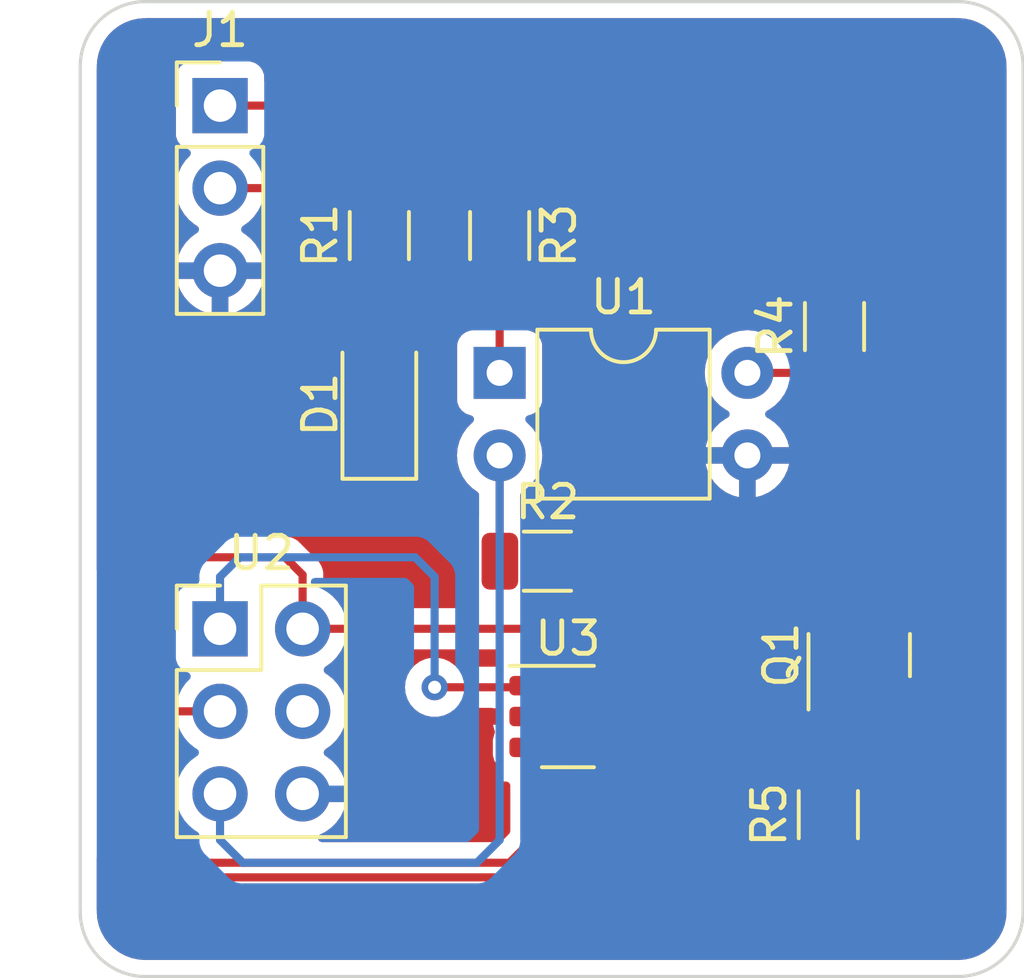
<source format=kicad_pcb>
(kicad_pcb (version 20211014) (generator pcbnew)
  (layers (0 "F.Cu" signal) (31 "B.Cu" signal) (34 "B.Paste" user) (35 "F.Paste" user) (36 "B.SilkS" user "B.Silkscreen") (37 "F.SilkS" user "F.Silkscreen") (38 "B.Mask" user) (39 "F.Mask" user) (44 "Edge.Cuts" user))
  (net 0 "")
  (net 1 "GND")
  (net 2 "Net-(D1-Pad2)")
  (net 3 "+12V")
  (net 4 "+5V")
  (net 5 "Net-(Q1-Pad2)")
  (net 6 "Net-(Q1-Pad1)")
  (net 7 "Net-(R2-Pad1)")
  (net 8 "Net-(R3-Pad2)")
  (net 9 "/MISO")
  (net 10 "/SCK")
  (footprint "Package_DIP:DIP-4_W7.62mm" (layer "F.Cu") (at 107.9 76.425)
    (fp_text reference "U1" (at 3.81 -2.33) (layer "F.SilkS"))
    (fp_text value "PC817")
    (fp_line (start 1.16 3.87) (end 6.46 3.87) (layer "F.SilkS") (width 0.12))
    (fp_line (start 6.46 -1.33) (end 4.81 -1.33) (layer "F.SilkS") (width 0.12))
    (fp_line (start 1.16 -1.33) (end 1.16 3.87) (layer "F.SilkS") (width 0.12))
    (fp_line (start 6.46 3.87) (end 6.46 -1.33) (layer "F.SilkS") (width 0.12))
    (fp_line (start 2.81 -1.33) (end 1.16 -1.33) (layer "F.SilkS") (width 0.12))
    (fp_arc (start 4.81 -1.33) (mid 3.81 -0.33) (end 2.81 -1.33) (layer "F.SilkS") (width 0.12))
    (pad "1" thru_hole rect locked (at 0 0) (size 1.6 1.6) (drill 0.8) (layers *.Cu *.Mask) (net 8 "Net-(R3-Pad2)"))
    (pad "2" thru_hole oval locked (at 0 2.54) (size 1.6 1.6) (drill 0.8) (layers *.Cu *.Mask) (net 7 "Net-(R2-Pad1)"))
    (pad "3" thru_hole oval locked (at 7.62 2.54) (size 1.6 1.6) (drill 0.8) (layers *.Cu *.Mask) (net 1 "GND"))
    (pad "4" thru_hole oval locked (at 7.62 0) (size 1.6 1.6) (drill 0.8) (layers *.Cu *.Mask) (net 5 "Net-(Q1-Pad2)"))
  )
  (footprint "Connector_PinHeader_2.54mm:PinHeader_1x03_P2.54mm_Vertical" (layer "F.Cu") (at 99.3 68.2)
    (fp_text reference "J1" (at 0 -2.33) (layer "F.SilkS"))
    (fp_text value "Conn_01x03_Male")
    (fp_line (start 1.33 1.27) (end 1.33 6.41) (layer "F.SilkS") (width 0.12))
    (fp_line (start -1.33 -1.33) (end 0 -1.33) (layer "F.SilkS") (width 0.12))
    (fp_line (start -1.33 6.41) (end 1.33 6.41) (layer "F.SilkS") (width 0.12))
    (fp_line (start -1.33 1.27) (end -1.33 6.41) (layer "F.SilkS") (width 0.12))
    (fp_line (start -1.33 1.27) (end 1.33 1.27) (layer "F.SilkS") (width 0.12))
    (fp_line (start -1.33 0) (end -1.33 -1.33) (layer "F.SilkS") (width 0.12))
    (pad "1" thru_hole rect locked (at 0 0) (size 1.7 1.7) (drill 1) (layers *.Cu *.Mask) (net 3 "+12V"))
    (pad "2" thru_hole oval locked (at 0 2.54) (size 1.7 1.7) (drill 1) (layers *.Cu *.Mask) (net 4 "+5V"))
    (pad "3" thru_hole oval locked (at 0 5.08) (size 1.7 1.7) (drill 1) (layers *.Cu *.Mask) (net 1 "GND"))
  )
  (footprint "Resistor_SMD:R_1206_3216Metric" (layer "F.Cu") (at 118.01 90.02 90)
    (fp_text reference "R5" (at 0 -1.82 90) (layer "F.SilkS"))
    (fp_text value "10k")
    (fp_line (start -0.727064 0.91) (end 0.727064 0.91) (layer "F.SilkS") (width 0.12))
    (fp_line (start -0.727064 -0.91) (end 0.727064 -0.91) (layer "F.SilkS") (width 0.12))
    (pad "1" smd roundrect locked (at -1.4625 0 90) (size 1.125 1.75) (layers "F.Cu" "F.Paste" "F.Mask") (roundrect_rratio 0.222222) (net 1 "GND"))
    (pad "2" smd roundrect locked (at 1.4625 0 90) (size 1.125 1.75) (layers "F.Cu" "F.Paste" "F.Mask") (roundrect_rratio 0.222222) (net 6 "Net-(Q1-Pad1)"))
  )
  (footprint "Resistor_SMD:R_1206_3216Metric" (layer "F.Cu") (at 118.2 75 90)
    (fp_text reference "R4" (at 0 -1.82 90) (layer "F.SilkS"))
    (fp_text value "10k")
    (fp_line (start -0.727064 0.91) (end 0.727064 0.91) (layer "F.SilkS") (width 0.12))
    (fp_line (start -0.727064 -0.91) (end 0.727064 -0.91) (layer "F.SilkS") (width 0.12))
    (pad "1" smd roundrect locked (at -1.4625 0 90) (size 1.125 1.75) (layers "F.Cu" "F.Paste" "F.Mask") (roundrect_rratio 0.222222) (net 5 "Net-(Q1-Pad2)"))
    (pad "2" smd roundrect locked (at 1.4625 0 90) (size 1.125 1.75) (layers "F.Cu" "F.Paste" "F.Mask") (roundrect_rratio 0.222222) (net 3 "+12V"))
  )
  (footprint "Package_TO_SOT_SMD:SOT-23-6" (layer "F.Cu") (at 110 87)
    (fp_text reference "U3" (at 0 -2.4) (layer "F.SilkS"))
    (fp_text value "ATtiny10-TS")
    (fp_line (start 0 -1.56) (end 0.8 -1.56) (layer "F.SilkS") (width 0.12))
    (fp_line (start 0 -1.56) (end -1.8 -1.56) (layer "F.SilkS") (width 0.12))
    (fp_line (start 0 1.56) (end 0.8 1.56) (layer "F.SilkS") (width 0.12))
    (fp_line (start 0 1.56) (end -0.8 1.56) (layer "F.SilkS") (width 0.12))
    (pad "1" smd roundrect locked (at -1.1375 -0.95) (size 1.325 0.6) (layers "F.Cu" "F.Paste" "F.Mask") (net 9 "/MISO"))
    (pad "2" smd roundrect locked (at -1.1375 0) (size 1.325 0.6) (layers "F.Cu" "F.Paste" "F.Mask") (net 1 "GND"))
    (pad "3" smd roundrect locked (at -1.1375 0.95) (size 1.325 0.6) (layers "F.Cu" "F.Paste" "F.Mask") (net 10 "/SCK"))
    (pad "4" smd roundrect locked (at 1.1375 0.95) (size 1.325 0.6) (layers "F.Cu" "F.Paste" "F.Mask"))
    (pad "5" smd roundrect locked (at 1.1375 0) (size 1.325 0.6) (layers "F.Cu" "F.Paste" "F.Mask") (net 4 "+5V"))
    (pad "6" smd roundrect locked (at 1.1375 -0.95) (size 1.325 0.6) (layers "F.Cu" "F.Paste" "F.Mask") (net 6 "Net-(Q1-Pad1)"))
  )
  (footprint "Resistor_SMD:R_1206_3216Metric" (layer "F.Cu") (at 109.37 82.22)
    (fp_text reference "R2" (at 0 -1.82) (layer "F.SilkS"))
    (fp_text value "10k")
    (fp_line (start -0.727064 -0.91) (end 0.727064 -0.91) (layer "F.SilkS") (width 0.12))
    (fp_line (start -0.727064 0.91) (end 0.727064 0.91) (layer "F.SilkS") (width 0.12))
    (pad "1" smd roundrect locked (at -1.4625 0) (size 1.125 1.75) (layers "F.Cu" "F.Paste" "F.Mask") (roundrect_rratio 0.222222) (net 7 "Net-(R2-Pad1)"))
    (pad "2" smd roundrect locked (at 1.4625 0) (size 1.125 1.75) (layers "F.Cu" "F.Paste" "F.Mask") (roundrect_rratio 0.222222) (net 4 "+5V"))
  )
  (footprint "Connector_PinHeader_2.54mm:PinHeader_2x03_P2.54mm_Vertical" (layer "F.Cu") (at 99.3 84.3)
    (fp_text reference "U2" (at 1.27 -2.33) (layer "F.SilkS"))
    (fp_text value "ISP6_header")
    (fp_line (start -1.33 0) (end -1.33 -1.33) (layer "F.SilkS") (width 0.12))
    (fp_line (start 3.87 -1.33) (end 3.87 6.41) (layer "F.SilkS") (width 0.12))
    (fp_line (start 1.27 -1.33) (end 3.87 -1.33) (layer "F.SilkS") (width 0.12))
    (fp_line (start -1.33 1.27) (end 1.27 1.27) (layer "F.SilkS") (width 0.12))
    (fp_line (start -1.33 1.27) (end -1.33 6.41) (layer "F.SilkS") (width 0.12))
    (fp_line (start -1.33 -1.33) (end 0 -1.33) (layer "F.SilkS") (width 0.12))
    (fp_line (start 1.27 1.27) (end 1.27 -1.33) (layer "F.SilkS") (width 0.12))
    (fp_line (start -1.33 6.41) (end 3.87 6.41) (layer "F.SilkS") (width 0.12))
    (pad "1" thru_hole rect locked (at 0 0) (size 1.7 1.7) (drill 1) (layers *.Cu *.Mask) (net 9 "/MISO"))
    (pad "2" thru_hole oval locked (at 2.54 0) (size 1.7 1.7) (drill 1) (layers *.Cu *.Mask) (net 4 "+5V"))
    (pad "3" thru_hole oval locked (at 0 2.54) (size 1.7 1.7) (drill 1) (layers *.Cu *.Mask) (net 10 "/SCK"))
    (pad "4" thru_hole oval locked (at 2.54 2.54) (size 1.7 1.7) (drill 1) (layers *.Cu *.Mask))
    (pad "5" thru_hole oval locked (at 0 5.08) (size 1.7 1.7) (drill 1) (layers *.Cu *.Mask) (net 7 "Net-(R2-Pad1)"))
    (pad "6" thru_hole oval locked (at 2.54 5.08) (size 1.7 1.7) (drill 1) (layers *.Cu *.Mask) (net 1 "GND"))
  )
  (footprint "Package_TO_SOT_SMD:SOT-23" (layer "F.Cu") (at 118.96 85.11 90)
    (fp_text reference "Q1" (at 0 -2.4 90) (layer "F.SilkS"))
    (fp_text value "BC557")
    (fp_line (start 0 1.56) (end 0.65 1.56) (layer "F.SilkS") (width 0.12))
    (fp_line (start 0 1.56) (end -0.65 1.56) (layer "F.SilkS") (width 0.12))
    (fp_line (start 0 -1.56) (end 0.65 -1.56) (layer "F.SilkS") (width 0.12))
    (fp_line (start 0 -1.56) (end -1.675 -1.56) (layer "F.SilkS") (width 0.12))
    (pad "1" smd roundrect locked (at -0.9375 -0.95 90) (size 1.475 0.6) (layers "F.Cu" "F.Paste" "F.Mask") (net 6 "Net-(Q1-Pad1)"))
    (pad "2" smd roundrect locked (at -0.9375 0.95 90) (size 1.475 0.6) (layers "F.Cu" "F.Paste" "F.Mask") (net 5 "Net-(Q1-Pad2)"))
    (pad "3" smd roundrect locked (at 0.9375 0 90) (size 1.475 0.6) (layers "F.Cu" "F.Paste" "F.Mask") (net 3 "+12V"))
  )
  (footprint "Resistor_SMD:R_1206_3216Metric" (layer "F.Cu") (at 107.9 72.2 -90)
    (fp_text reference "R3" (at 0 -1.82 90) (layer "F.SilkS"))
    (fp_text value "100")
    (fp_line (start -0.727064 -0.91) (end 0.727064 -0.91) (layer "F.SilkS") (width 0.12))
    (fp_line (start -0.727064 0.91) (end 0.727064 0.91) (layer "F.SilkS") (width 0.12))
    (pad "1" smd roundrect locked (at -1.4625 0 270) (size 1.125 1.75) (layers "F.Cu" "F.Paste" "F.Mask") (roundrect_rratio 0.222222) (net 4 "+5V"))
    (pad "2" smd roundrect locked (at 1.4625 0 270) (size 1.125 1.75) (layers "F.Cu" "F.Paste" "F.Mask") (roundrect_rratio 0.222222) (net 8 "Net-(R3-Pad2)"))
  )
  (footprint "LED_SMD:LED_1206_3216Metric" (layer "F.Cu") (at 104.2 77.4 90)
    (fp_text reference "D1" (at 0 -1.82 90) (layer "F.SilkS"))
    (fp_text value "LED")
    (fp_line (start -2.285 -1.135) (end -2.285 1.135) (layer "F.SilkS") (width 0.12))
    (fp_line (start 1.6 -1.135) (end -2.285 -1.135) (layer "F.SilkS") (width 0.12))
    (fp_line (start -2.285 1.135) (end 1.6 1.135) (layer "F.SilkS") (width 0.12))
    (pad "1" smd roundrect locked (at -1.4 0 90) (size 1.25 1.75) (layers "F.Cu" "F.Paste" "F.Mask") (roundrect_rratio 0.2) (net 1 "GND"))
    (pad "2" smd roundrect locked (at 1.4 0 90) (size 1.25 1.75) (layers "F.Cu" "F.Paste" "F.Mask") (roundrect_rratio 0.2) (net 2 "Net-(D1-Pad2)"))
  )
  (footprint "Resistor_SMD:R_1206_3216Metric" (layer "F.Cu") (at 104.2 72.2 90)
    (fp_text reference "R1" (at 0 -1.82 90) (layer "F.SilkS"))
    (fp_text value "100")
    (fp_line (start -0.727064 -0.91) (end 0.727064 -0.91) (layer "F.SilkS") (width 0.12))
    (fp_line (start -0.727064 0.91) (end 0.727064 0.91) (layer "F.SilkS") (width 0.12))
    (pad "1" smd roundrect locked (at -1.4625 0 90) (size 1.125 1.75) (layers "F.Cu" "F.Paste" "F.Mask") (roundrect_rratio 0.222222) (net 2 "Net-(D1-Pad2)"))
    (pad "2" smd roundrect locked (at 1.4625 0 90) (size 1.125 1.75) (layers "F.Cu" "F.Paste" "F.Mask") (roundrect_rratio 0.222222) (net 4 "+5V"))
  )
  (gr_line (start 97 95) (end 122 95) (layer "Edge.Cuts") (width 0.1))
  (gr_arc (start 124 93) (mid 123.414214 94.414214) (end 122 95) (layer "Edge.Cuts") (width 0.1))
  (gr_line (start 95 67) (end 95 93) (layer "Edge.Cuts") (width 0.1))
  (gr_arc (start 97 95) (mid 95.585786 94.414214) (end 95 93) (layer "Edge.Cuts") (width 0.1))
  (gr_arc (start 95 67) (mid 95.585786 65.585786) (end 97 65) (layer "Edge.Cuts") (width 0.1))
  (gr_line (start 124 93) (end 124 67) (layer "Edge.Cuts") (width 0.1))
  (gr_arc (start 122 65) (mid 123.414214 65.585786) (end 124 67) (layer "Edge.Cuts") (width 0.1))
  (gr_line (start 122 65) (end 97 65) (layer "Edge.Cuts") (width 0.1))
  (segment (start 104.2 73.6625) (end 104.2 76) (width 0.25) (layer "F.Cu") (net 2))
  (segment (start 113.3725 84.1725) (end 112.9 83.7) (width 0.25) (layer "F.Cu") (net 3))
  (segment (start 118.2 68.7) (end 117.7 68.2) (width 0.25) (layer "F.Cu") (net 3))
  (segment (start 112.9 68.2) (end 99.3 68.2) (width 0.25) (layer "F.Cu") (net 3))
  (segment (start 112.9 83.7) (end 112.9 68.2) (width 0.25) (layer "F.Cu") (net 3))
  (segment (start 117.7 68.2) (end 112.9 68.2) (width 0.25) (layer "F.Cu") (net 3))
  (segment (start 118.96 84.1725) (end 113.3725 84.1725) (width 0.25) (layer "F.Cu") (net 3))
  (segment (start 118.2 73.5375) (end 118.2 68.7) (width 0.25) (layer "F.Cu") (net 3))
  (segment (start 110.8325 71.3325) (end 110.2375 70.7375) (width 0.25) (layer "F.Cu") (net 4))
  (segment (start 112.9 87.6) (end 112.3 87) (width 0.25) (layer "F.Cu") (net 4))
  (segment (start 110.8325 82.22) (end 110.8325 83.7675) (width 0.25) (layer "F.Cu") (net 4))
  (segment (start 110.8325 82.22) (end 110.8325 71.3325) (width 0.25) (layer "F.Cu") (net 4))
  (segment (start 110.2375 70.7375) (end 107.9 70.7375) (width 0.25) (layer "F.Cu") (net 4))
  (segment (start 112.3 87) (end 111.1375 87) (width 0.25) (layer "F.Cu") (net 4))
  (segment (start 97.213802 91.94952) (end 112.25048 91.94952) (width 0.25) (layer "F.Cu") (net 4))
  (segment (start 104.2 70.7375) (end 107.9 70.7375) (width 0.25) (layer "F.Cu") (net 4))
  (segment (start 110.3 84.3) (end 101.84 84.3) (width 0.25) (layer "F.Cu") (net 4))
  (segment (start 101.3 82.1) (end 97 82.1) (width 0.25) (layer "F.Cu") (net 4))
  (segment (start 112.9 91.3) (end 112.9 87.6) (width 0.25) (layer "F.Cu") (net 4))
  (segment (start 96.35048 82.74952) (end 96.35048 91.086197) (width 0.25) (layer "F.Cu") (net 4))
  (segment (start 101.84 84.3) (end 101.84 82.64) (width 0.25) (layer "F.Cu") (net 4))
  (segment (start 96.35048 91.086197) (end 97.213802 91.94952) (width 0.25) (layer "F.Cu") (net 4))
  (segment (start 110.8325 83.7675) (end 110.3 84.3) (width 0.25) (layer "F.Cu") (net 4))
  (segment (start 99.3 70.74) (end 104.1975 70.74) (width 0.25) (layer "F.Cu") (net 4))
  (segment (start 112.25048 91.94952) (end 112.9 91.3) (width 0.25) (layer "F.Cu") (net 4))
  (segment (start 97 82.1) (end 96.35048 82.74952) (width 0.25) (layer "F.Cu") (net 4))
  (segment (start 101.84 82.64) (end 101.3 82.1) (width 0.25) (layer "F.Cu") (net 4))
  (segment (start 104.1975 70.74) (end 104.2 70.7375) (width 0.25) (layer "F.Cu") (net 4))
  (segment (start 121.6 85.6) (end 121.1525 86.0475) (width 0.25) (layer "F.Cu") (net 5))
  (segment (start 121.6 76.9) (end 121.6 85.6) (width 0.25) (layer "F.Cu") (net 5))
  (segment (start 121.1625 76.4625) (end 121.6 76.9) (width 0.25) (layer "F.Cu") (net 5))
  (segment (start 118.2 76.4625) (end 121.1625 76.4625) (width 0.25) (layer "F.Cu") (net 5))
  (segment (start 115.52 76.425) (end 118.1625 76.425) (width 0.25) (layer "F.Cu") (net 5))
  (segment (start 118.1625 76.425) (end 118.2 76.4625) (width 0.25) (layer "F.Cu") (net 5))
  (segment (start 121.1525 86.0475) (end 119.91 86.0475) (width 0.25) (layer "F.Cu") (net 5))
  (segment (start 111.1375 86.05) (end 118.0075 86.05) (width 0.25) (layer "F.Cu") (net 6))
  (segment (start 118.01 88.5575) (end 118.01 86.0475) (width 0.25) (layer "F.Cu") (net 6))
  (segment (start 118.0075 86.05) (end 118.01 86.0475) (width 0.25) (layer "F.Cu") (net 6))
  (segment (start 107.9 82.2125) (end 107.9 78.965) (width 0.25) (layer "F.Cu") (net 7))
  (segment (start 107.9075 82.22) (end 107.9 82.2125) (width 0.25) (layer "F.Cu") (net 7))
  (segment (start 99.3 89.38) (end 99.3 90.8) (width 0.25) (layer "B.Cu") (net 7))
  (segment (start 100 91.5) (end 107.2 91.5) (width 0.25) (layer "B.Cu") (net 7))
  (segment (start 99.3 90.8) (end 100 91.5) (width 0.25) (layer "B.Cu") (net 7))
  (segment (start 107.2 91.5) (end 107.9 90.8) (width 0.25) (layer "B.Cu") (net 7))
  (segment (start 107.9 90.8) (end 107.9 78.965) (width 0.25) (layer "B.Cu") (net 7))
  (segment (start 107.9 76.425) (end 107.9 73.6625) (width 0.25) (layer "F.Cu") (net 8))
  (segment (start 108.8125 86.1) (end 105.9 86.1) (width 0.25) (layer "F.Cu") (net 9))
  (segment (start 108.8625 86.05) (end 108.8125 86.1) (width 0.25) (layer "F.Cu") (net 9))
  (via (at 105.9 86.1) (size 0.8) (drill 0.4) (layers "F.Cu" "B.Cu") (net 9))
  (segment (start 99.9 82.1) (end 99.3 82.7) (width 0.25) (layer "B.Cu") (net 9))
  (segment (start 99.3 82.7) (end 99.3 84.3) (width 0.25) (layer "B.Cu") (net 9))
  (segment (start 105.9 86.1) (end 105.9 82.7) (width 0.25) (layer "B.Cu") (net 9))
  (segment (start 105.3 82.1) (end 99.9 82.1) (width 0.25) (layer "B.Cu") (net 9))
  (segment (start 105.9 82.7) (end 105.3 82.1) (width 0.25) (layer "B.Cu") (net 9))
  (segment (start 108.8625 90.8375) (end 108.8625 87.95) (width 0.25) (layer "F.Cu") (net 10))
  (segment (start 108.2 91.5) (end 108.8625 90.8375) (width 0.25) (layer "F.Cu") (net 10))
  (segment (start 97.4 91.5) (end 108.2 91.5) (width 0.25) (layer "F.Cu") (net 10))
  (segment (start 99.3 86.84) (end 97.36 86.84) (width 0.25) (layer "F.Cu") (net 10))
  (segment (start 96.8 90.9) (end 97.4 91.5) (width 0.25) (layer "F.Cu") (net 10))
  (segment (start 96.8 87.4) (end 96.8 90.9) (width 0.25) (layer "F.Cu") (net 10))
  (segment (start 97.36 86.84) (end 96.8 87.4) (width 0.25) (layer "F.Cu") (net 10))
  (zone (net 1) (net_name "GND") (layers F&B.Cu) (connect_pads (clearance 0.508)) (min_thickness 0.254) (fill yes (thermal_gap 0.508) (thermal_bridge_width 0.508))
    (polygon (pts (xy 124 95) (xy 95 95) (xy 95 65) (xy 124 65)))
  )
  (zone (net 0) (net_name "") (layer "F.Cu") (connect_pads (clearance 0)) (min_thickness 0.254)
    (keepout (tracks allowed) (vias allowed) (pads allowed) (copperpour not_allowed) (footprints allowed))
    (fill (thermal_gap 0.508) (thermal_bridge_width 0.508))
    (polygon (pts (xy 112 89) (xy 108 89) (xy 108 85) (xy 112 85)))
  )
  (zone (net 0) (net_name "") (layer "F.Cu") (connect_pads (clearance 0)) (min_thickness 0.254)
    (keepout (tracks allowed) (vias allowed) (pads allowed) (copperpour not_allowed) (footprints allowed))
    (fill (thermal_gap 0.508) (thermal_bridge_width 0.508))
    (polygon (pts (xy 121 87) (xy 117 87) (xy 117 83) (xy 121 83)))
  )
)
</source>
